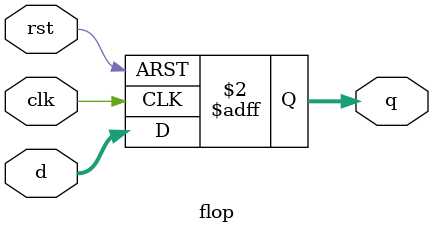
<source format=v>
`timescale 1ns / 1ps


module flop #(parameter WIDTH = 8) 
    (
    input clk, rst,
    input [WIDTH - 1:0] d,
    output reg [WIDTH - 1:0] q
    );
    
    always @ (posedge clk, posedge rst)
    begin
        if (rst) q <= 0;
        else     q <= d;
    end
endmodule

</source>
